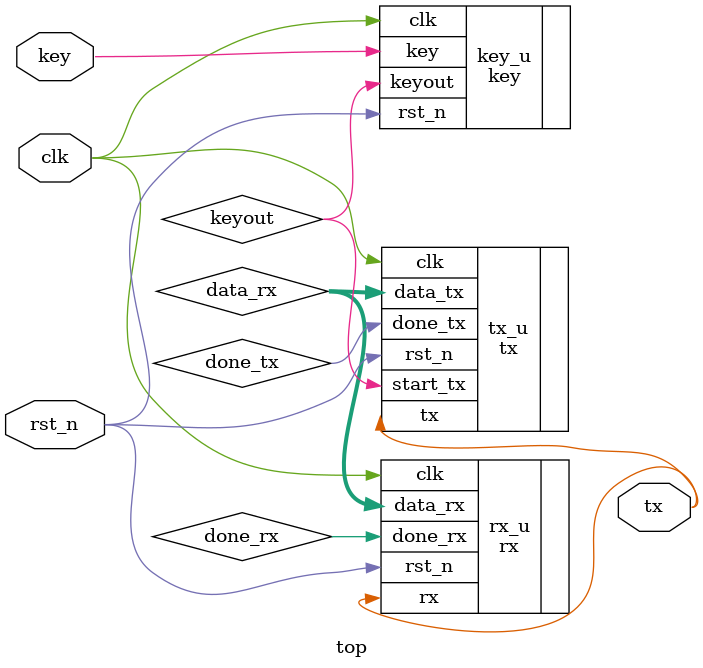
<source format=v>
module top  (
input  wire clk,
input  wire rst_n,
input  wire key,
output wire  tx
);


wire done_tx;
wire done_rx;
wire [7:0] data_rx;

always @(posedge clk) 
    if (!rst_n)
        data <= 0;
    else if (keyout == 1)
        data <= data + 1;
    else
        data <= data;

rx rx_u (
    .clk       (clk       ),
    .rst_n     (rst_n     ),
    .rx        (tx        ),
    .data_rx   (data_rx   ),
    .done_rx   (done_rx   )
);
key key_u (
    .clk     (clk     ),
    .rst_n   (rst_n   ),
    .key     (key     ),
    .keyout  (keyout  )
);
tx tx_u (
    .clk       (clk       ),
    .rst_n     (rst_n     ),
    .start_tx  (keyout    ),
    .data_tx   (data_rx   ), 
    .tx        (tx        ),
    .done_tx   (done_tx   )
);


endmodule
</source>
